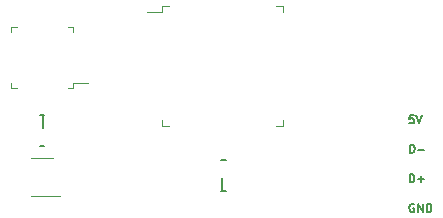
<source format=gbr>
G04 #@! TF.GenerationSoftware,KiCad,Pcbnew,(5.1.4)-1*
G04 #@! TF.CreationDate,2020-06-06T20:18:40+01:00*
G04 #@! TF.ProjectId,RF_R1_USB2USB_SPIPin_v1,52465f52-315f-4555-9342-325553425f53,rev?*
G04 #@! TF.SameCoordinates,Original*
G04 #@! TF.FileFunction,Legend,Top*
G04 #@! TF.FilePolarity,Positive*
%FSLAX46Y46*%
G04 Gerber Fmt 4.6, Leading zero omitted, Abs format (unit mm)*
G04 Created by KiCad (PCBNEW (5.1.4)-1) date 2020-06-06 20:18:40*
%MOMM*%
%LPD*%
G04 APERTURE LIST*
%ADD10C,0.150000*%
%ADD11C,0.120000*%
G04 APERTURE END LIST*
D10*
X134296666Y-72990000D02*
X134230000Y-72956666D01*
X134130000Y-72956666D01*
X134030000Y-72990000D01*
X133963333Y-73056666D01*
X133930000Y-73123333D01*
X133896666Y-73256666D01*
X133896666Y-73356666D01*
X133930000Y-73490000D01*
X133963333Y-73556666D01*
X134030000Y-73623333D01*
X134130000Y-73656666D01*
X134196666Y-73656666D01*
X134296666Y-73623333D01*
X134330000Y-73590000D01*
X134330000Y-73356666D01*
X134196666Y-73356666D01*
X134630000Y-73656666D02*
X134630000Y-72956666D01*
X135030000Y-73656666D01*
X135030000Y-72956666D01*
X135363333Y-73656666D02*
X135363333Y-72956666D01*
X135530000Y-72956666D01*
X135630000Y-72990000D01*
X135696666Y-73056666D01*
X135730000Y-73123333D01*
X135763333Y-73256666D01*
X135763333Y-73356666D01*
X135730000Y-73490000D01*
X135696666Y-73556666D01*
X135630000Y-73623333D01*
X135530000Y-73656666D01*
X135363333Y-73656666D01*
X133923333Y-71156666D02*
X133923333Y-70456666D01*
X134090000Y-70456666D01*
X134190000Y-70490000D01*
X134256666Y-70556666D01*
X134290000Y-70623333D01*
X134323333Y-70756666D01*
X134323333Y-70856666D01*
X134290000Y-70990000D01*
X134256666Y-71056666D01*
X134190000Y-71123333D01*
X134090000Y-71156666D01*
X133923333Y-71156666D01*
X134623333Y-70890000D02*
X135156666Y-70890000D01*
X134890000Y-71156666D02*
X134890000Y-70623333D01*
X133933333Y-68656666D02*
X133933333Y-67956666D01*
X134100000Y-67956666D01*
X134200000Y-67990000D01*
X134266666Y-68056666D01*
X134300000Y-68123333D01*
X134333333Y-68256666D01*
X134333333Y-68356666D01*
X134300000Y-68490000D01*
X134266666Y-68556666D01*
X134200000Y-68623333D01*
X134100000Y-68656666D01*
X133933333Y-68656666D01*
X134633333Y-68390000D02*
X135166666Y-68390000D01*
X134256666Y-65456666D02*
X133923333Y-65456666D01*
X133890000Y-65790000D01*
X133923333Y-65756666D01*
X133990000Y-65723333D01*
X134156666Y-65723333D01*
X134223333Y-65756666D01*
X134256666Y-65790000D01*
X134290000Y-65856666D01*
X134290000Y-66023333D01*
X134256666Y-66090000D01*
X134223333Y-66123333D01*
X134156666Y-66156666D01*
X133990000Y-66156666D01*
X133923333Y-66123333D01*
X133890000Y-66090000D01*
X134490000Y-65456666D02*
X134723333Y-66156666D01*
X134956666Y-65456666D01*
D11*
X122635000Y-66410000D02*
X123210000Y-66410000D01*
X123210000Y-66410000D02*
X123210000Y-65835000D01*
X113565000Y-66410000D02*
X112990000Y-66410000D01*
X112990000Y-66410000D02*
X112990000Y-65835000D01*
X122635000Y-56190000D02*
X123210000Y-56190000D01*
X123210000Y-56190000D02*
X123210000Y-56765000D01*
X113565000Y-56190000D02*
X112990000Y-56190000D01*
X112990000Y-56190000D02*
X112990000Y-56765000D01*
X112990000Y-56765000D02*
X111700000Y-56765000D01*
X100640000Y-57960000D02*
X100190000Y-57960000D01*
X100190000Y-57960000D02*
X100190000Y-58410000D01*
X104960000Y-57960000D02*
X105410000Y-57960000D01*
X105410000Y-57960000D02*
X105410000Y-58410000D01*
X100640000Y-63180000D02*
X100190000Y-63180000D01*
X100190000Y-63180000D02*
X100190000Y-62730000D01*
X104960000Y-63180000D02*
X105410000Y-63180000D01*
X105410000Y-63180000D02*
X105410000Y-62730000D01*
X105410000Y-62730000D02*
X106725000Y-62730000D01*
X103700000Y-69110000D02*
X101900000Y-69110000D01*
X101900000Y-72330000D02*
X104350000Y-72330000D01*
D10*
X118030000Y-71790000D02*
X118030000Y-70790000D01*
X117930000Y-71890000D02*
X118330000Y-71890000D01*
X117930000Y-69290000D02*
X118330000Y-69290000D01*
X103000000Y-68070000D02*
X102600000Y-68070000D01*
X103000000Y-65470000D02*
X102600000Y-65470000D01*
X102900000Y-65570000D02*
X102900000Y-66570000D01*
M02*

</source>
